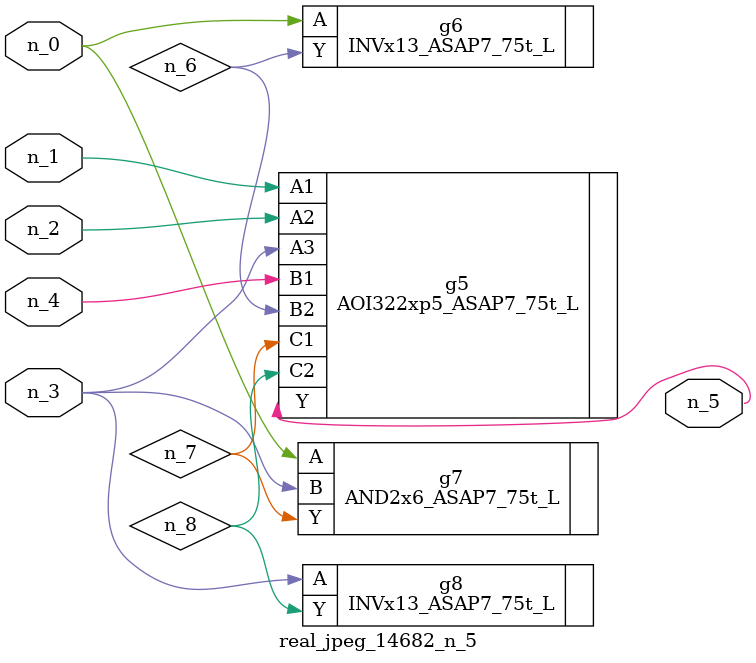
<source format=v>
module real_jpeg_14682_n_5 (n_4, n_0, n_1, n_2, n_3, n_5);

input n_4;
input n_0;
input n_1;
input n_2;
input n_3;

output n_5;

wire n_8;
wire n_6;
wire n_7;

INVx13_ASAP7_75t_L g6 ( 
.A(n_0),
.Y(n_6)
);

AND2x6_ASAP7_75t_L g7 ( 
.A(n_0),
.B(n_3),
.Y(n_7)
);

AOI322xp5_ASAP7_75t_L g5 ( 
.A1(n_1),
.A2(n_2),
.A3(n_3),
.B1(n_4),
.B2(n_6),
.C1(n_7),
.C2(n_8),
.Y(n_5)
);

INVx13_ASAP7_75t_L g8 ( 
.A(n_3),
.Y(n_8)
);


endmodule
</source>
